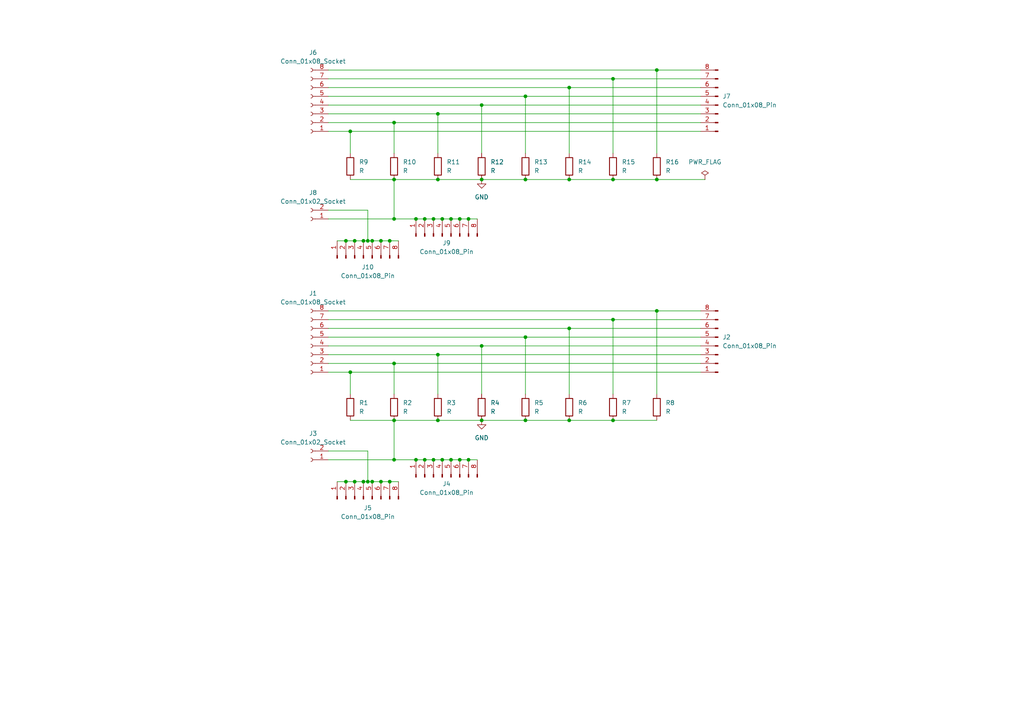
<source format=kicad_sch>
(kicad_sch (version 20231120) (generator "eeschema") (generator_version "8.0")
  (paper "A4")
  (lib_symbols
    (symbol "Connector:Conn_01x02_Socket" (pin_names (offset 1.016) hide)
      (property "Reference" "J" (at 0 2.54 0))
      (property "Value" "Conn_01x02_Socket" (at 0 -5.08 0))
      (symbol "Conn_01x02_Socket_1_1"
        (arc (start 0 -2.032) (mid -0.5058 -2.54) (end 0 -3.048) (stroke (width 0.1524)))
        (polyline (pts (xy -1.27 -2.54) (xy -0.508 -2.54)) (stroke (width 0.1524)))
        (polyline (pts (xy -1.27 0) (xy -0.508 0)) (stroke (width 0.1524)))
        (arc (start 0 0.508) (mid -0.5058 0) (end 0 -0.508) (stroke (width 0.1524)))
        (pin passive line (at -5.08 0 0) (length 3.81) (name "Pin_1") (number "1"))
        (pin passive line (at -5.08 -2.54 0) (length 3.81) (name "Pin_2") (number "2"))
      )
    )
    (symbol "Connector:Conn_01x08_Pin" (pin_names (offset 1.016) hide)
      (property "Reference" "J" (at 0 10.16 0))
      (property "Value" "Conn_01x08_Pin" (at 0 -12.7 0))
      (symbol "Conn_01x08_Pin_1_1"
        (polyline (pts (xy 1.27 -10.16) (xy 0.8636 -10.16)) (stroke (width 0.1524)))
        (polyline (pts (xy 1.27 -7.62) (xy 0.8636 -7.62)) (stroke (width 0.1524)))
        (polyline (pts (xy 1.27 -5.08) (xy 0.8636 -5.08)) (stroke (width 0.1524)))
        (polyline (pts (xy 1.27 -2.54) (xy 0.8636 -2.54)) (stroke (width 0.1524)))
        (polyline (pts (xy 1.27 0) (xy 0.8636 0)) (stroke (width 0.1524)))
        (polyline (pts (xy 1.27 2.54) (xy 0.8636 2.54)) (stroke (width 0.1524)))
        (polyline (pts (xy 1.27 5.08) (xy 0.8636 5.08)) (stroke (width 0.1524)))
        (polyline (pts (xy 1.27 7.62) (xy 0.8636 7.62)) (stroke (width 0.1524)))
        (rectangle (start 0.8636 -10.033) (end 0 -10.287) (stroke (width 0.1524)) (fill (type outline)))
        (rectangle (start 0.8636 -7.493) (end 0 -7.747) (stroke (width 0.1524)) (fill (type outline)))
        (rectangle (start 0.8636 -4.953) (end 0 -5.207) (stroke (width 0.1524)) (fill (type outline)))
        (rectangle (start 0.8636 -2.413) (end 0 -2.667) (stroke (width 0.1524)) (fill (type outline)))
        (rectangle (start 0.8636 0.127) (end 0 -0.127) (stroke (width 0.1524)) (fill (type outline)))
        (rectangle (start 0.8636 2.667) (end 0 2.413) (stroke (width 0.1524)) (fill (type outline)))
        (rectangle (start 0.8636 5.207) (end 0 4.953) (stroke (width 0.1524)) (fill (type outline)))
        (rectangle (start 0.8636 7.747) (end 0 7.493) (stroke (width 0.1524)) (fill (type outline)))
        (pin passive line (at 5.08 7.62 180) (length 3.81) (name "Pin_1") (number "1"))
        (pin passive line (at 5.08 5.08 180) (length 3.81) (name "Pin_2") (number "2"))
        (pin passive line (at 5.08 2.54 180) (length 3.81) (name "Pin_3") (number "3"))
        (pin passive line (at 5.08 0 180) (length 3.81) (name "Pin_4") (number "4"))
        (pin passive line (at 5.08 -2.54 180) (length 3.81) (name "Pin_5") (number "5"))
        (pin passive line (at 5.08 -5.08 180) (length 3.81) (name "Pin_6") (number "6"))
        (pin passive line (at 5.08 -7.62 180) (length 3.81) (name "Pin_7") (number "7"))
        (pin passive line (at 5.08 -10.16 180) (length 3.81) (name "Pin_8") (number "8"))
      )
    )
    (symbol "Connector:Conn_01x08_Socket" (pin_names (offset 1.016) hide)
      (property "Reference" "J" (at 0 10.16 0))
      (property "Value" "Conn_01x08_Socket" (at 0 -12.7 0))
      (symbol "Conn_01x08_Socket_1_1"
        (arc (start 0 -9.652) (mid -0.5058 -10.16) (end 0 -10.668) (stroke (width 0.1524)))
        (arc (start 0 -7.112) (mid -0.5058 -7.62) (end 0 -8.128) (stroke (width 0.1524)))
        (arc (start 0 -4.572) (mid -0.5058 -5.08) (end 0 -5.588) (stroke (width 0.1524)))
        (arc (start 0 -2.032) (mid -0.5058 -2.54) (end 0 -3.048) (stroke (width 0.1524)))
        (polyline (pts (xy -1.27 -10.16) (xy -0.508 -10.16)) (stroke (width 0.1524)))
        (polyline (pts (xy -1.27 -7.62) (xy -0.508 -7.62)) (stroke (width 0.1524)))
        (polyline (pts (xy -1.27 -5.08) (xy -0.508 -5.08)) (stroke (width 0.1524)))
        (polyline (pts (xy -1.27 -2.54) (xy -0.508 -2.54)) (stroke (width 0.1524)))
        (polyline (pts (xy -1.27 0) (xy -0.508 0)) (stroke (width 0.1524)))
        (polyline (pts (xy -1.27 2.54) (xy -0.508 2.54)) (stroke (width 0.1524)))
        (polyline (pts (xy -1.27 5.08) (xy -0.508 5.08)) (stroke (width 0.1524)))
        (polyline (pts (xy -1.27 7.62) (xy -0.508 7.62)) (stroke (width 0.1524)))
        (arc (start 0 0.508) (mid -0.5058 0) (end 0 -0.508) (stroke (width 0.1524)))
        (arc (start 0 3.048) (mid -0.5058 2.54) (end 0 2.032) (stroke (width 0.1524)))
        (arc (start 0 5.588) (mid -0.5058 5.08) (end 0 4.572) (stroke (width 0.1524)))
        (arc (start 0 8.128) (mid -0.5058 7.62) (end 0 7.112) (stroke (width 0.1524)))
        (pin passive line (at -5.08 7.62 0) (length 3.81) (name "Pin_1") (number "1"))
        (pin passive line (at -5.08 5.08 0) (length 3.81) (name "Pin_2") (number "2"))
        (pin passive line (at -5.08 2.54 0) (length 3.81) (name "Pin_3") (number "3"))
        (pin passive line (at -5.08 0 0) (length 3.81) (name "Pin_4") (number "4"))
        (pin passive line (at -5.08 -2.54 0) (length 3.81) (name "Pin_5") (number "5"))
        (pin passive line (at -5.08 -5.08 0) (length 3.81) (name "Pin_6") (number "6"))
        (pin passive line (at -5.08 -7.62 0) (length 3.81) (name "Pin_7") (number "7"))
        (pin passive line (at -5.08 -10.16 0) (length 3.81) (name "Pin_8") (number "8"))
      )
    )
    (symbol "Device:R" (pin_numbers hide) (pin_names (offset 0))
      (property "Reference" "R" (at 2.032 0 90))
      (property "Value" "R" (at 0 0 90))
      (symbol "R_0_1"
        (rectangle (start -1.016 -2.54) (end 1.016 2.54) (stroke (width 0.254)))
      )
      (symbol "R_1_1"
        (pin passive line (at 0 3.81 270) (length 1.27) (name "~") (number "1"))
        (pin passive line (at 0 -3.81 90) (length 1.27) (name "~") (number "2"))
      )
    )
    (symbol "power:GND" (power) (pin_numbers hide) (pin_names (offset 0) hide)
      (property "Value" "GND" (at 0 -3.81 0))
      (symbol "GND_0_1"
        (polyline (pts (xy 0 0) (xy 0 -1.27) (xy 1.27 -1.27) (xy 0 -2.54) (xy -1.27 -1.27) (xy 0 -1.27)))
      )
      (symbol "GND_1_1"
        (pin power_in line (at 0 0 270) (length 0) (name "~") (number "1"))
      )
    )
    (symbol "power:PWR_FLAG" (power) (pin_numbers hide) (pin_names (offset 0) hide)
      (property "Value" "PWR_FLAG" (at 0 3.81 0))
      (symbol "PWR_FLAG_0_0"
        (pin power_out line (at 0 0 90) (length 0) (name "~") (number "1"))
      )
      (symbol "PWR_FLAG_0_1"
        (polyline (pts (xy 0 0) (xy 0 1.27) (xy -1.016 1.905) (xy 0 2.54) (xy 1.016 1.905) (xy 0 1.27)))
      )
    )
  )
  (junction (at 113.03 69.85))
  (junction (at 165.1 121.92))
  (junction (at 101.6 107.95))
  (junction (at 133.35 133.35))
  (junction (at 190.5 90.17))
  (junction (at 128.27 133.35))
  (junction (at 177.8 92.71))
  (junction (at 130.81 63.5))
  (junction (at 152.4 52.07))
  (junction (at 100.33 139.7))
  (junction (at 125.73 133.35))
  (junction (at 102.87 139.7))
  (junction (at 152.4 121.92))
  (junction (at 127 52.07))
  (junction (at 139.7 121.92))
  (junction (at 105.41 139.7))
  (junction (at 135.89 63.5))
  (junction (at 165.1 25.4))
  (junction (at 113.03 139.7))
  (junction (at 106.68 139.7))
  (junction (at 110.49 139.7))
  (junction (at 114.3 121.92))
  (junction (at 177.8 52.07))
  (junction (at 101.6 38.1))
  (junction (at 139.7 100.33))
  (junction (at 165.1 52.07))
  (junction (at 165.1 95.25))
  (junction (at 177.8 121.92))
  (junction (at 107.95 69.85))
  (junction (at 190.5 52.07))
  (junction (at 123.19 133.35))
  (junction (at 152.4 27.94))
  (junction (at 127 121.92))
  (junction (at 139.7 52.07))
  (junction (at 114.3 105.41))
  (junction (at 100.33 69.85))
  (junction (at 120.65 63.5))
  (junction (at 114.3 63.5))
  (junction (at 127 102.87))
  (junction (at 107.95 139.7))
  (junction (at 133.35 63.5))
  (junction (at 105.41 69.85))
  (junction (at 127 33.02))
  (junction (at 135.89 133.35))
  (junction (at 128.27 63.5))
  (junction (at 106.68 69.85))
  (junction (at 102.87 69.85))
  (junction (at 177.8 22.86))
  (junction (at 152.4 97.79))
  (junction (at 120.65 133.35))
  (junction (at 130.81 133.35))
  (junction (at 125.73 63.5))
  (junction (at 190.5 20.32))
  (junction (at 123.19 63.5))
  (junction (at 114.3 52.07))
  (junction (at 139.7 30.48))
  (junction (at 110.49 69.85))
  (junction (at 114.3 133.35))
  (junction (at 114.3 35.56))
  (wire (pts (xy 127 52.07) (xy 139.7 52.07)))
  (wire (pts (xy 114.3 105.41) (xy 203.2 105.41)))
  (wire (pts (xy 139.7 44.45) (xy 139.7 30.48)))
  (wire (pts (xy 95.25 63.5) (xy 114.3 63.5)))
  (wire (pts (xy 130.81 133.35) (xy 133.35 133.35)))
  (wire (pts (xy 120.65 133.35) (xy 123.19 133.35)))
  (wire (pts (xy 123.19 63.5) (xy 125.73 63.5)))
  (wire (pts (xy 95.25 60.96) (xy 106.68 60.96)))
  (wire (pts (xy 105.41 69.85) (xy 106.68 69.85)))
  (wire (pts (xy 100.33 69.85) (xy 102.87 69.85)))
  (wire (pts (xy 95.25 33.02) (xy 127 33.02)))
  (wire (pts (xy 152.4 97.79) (xy 203.2 97.79)))
  (wire (pts (xy 95.25 27.94) (xy 152.4 27.94)))
  (wire (pts (xy 177.8 92.71) (xy 177.8 114.3)))
  (wire (pts (xy 152.4 52.07) (xy 165.1 52.07)))
  (wire (pts (xy 95.25 20.32) (xy 190.5 20.32)))
  (wire (pts (xy 190.5 90.17) (xy 190.5 114.3)))
  (wire (pts (xy 110.49 69.85) (xy 113.03 69.85)))
  (wire (pts (xy 97.79 139.7) (xy 100.33 139.7)))
  (wire (pts (xy 165.1 121.92) (xy 177.8 121.92)))
  (wire (pts (xy 139.7 114.3) (xy 139.7 100.33)))
  (wire (pts (xy 133.35 133.35) (xy 135.89 133.35)))
  (wire (pts (xy 95.25 90.17) (xy 190.5 90.17)))
  (wire (pts (xy 114.3 35.56) (xy 203.2 35.56)))
  (wire (pts (xy 101.6 38.1) (xy 101.6 44.45)))
  (wire (pts (xy 165.1 95.25) (xy 203.2 95.25)))
  (wire (pts (xy 133.35 63.5) (xy 135.89 63.5)))
  (wire (pts (xy 95.25 22.86) (xy 177.8 22.86)))
  (wire (pts (xy 114.3 63.5) (xy 120.65 63.5)))
  (wire (pts (xy 135.89 133.35) (xy 138.43 133.35)))
  (wire (pts (xy 106.68 60.96) (xy 106.68 69.85)))
  (wire (pts (xy 123.19 133.35) (xy 125.73 133.35)))
  (wire (pts (xy 106.68 130.81) (xy 106.68 139.7)))
  (wire (pts (xy 165.1 52.07) (xy 177.8 52.07)))
  (wire (pts (xy 139.7 30.48) (xy 203.2 30.48)))
  (wire (pts (xy 165.1 95.25) (xy 165.1 114.3)))
  (wire (pts (xy 101.6 38.1) (xy 203.2 38.1)))
  (wire (pts (xy 139.7 100.33) (xy 203.2 100.33)))
  (wire (pts (xy 113.03 69.85) (xy 115.57 69.85)))
  (wire (pts (xy 125.73 133.35) (xy 128.27 133.35)))
  (wire (pts (xy 177.8 121.92) (xy 190.5 121.92)))
  (wire (pts (xy 152.4 121.92) (xy 165.1 121.92)))
  (wire (pts (xy 130.81 63.5) (xy 133.35 63.5)))
  (wire (pts (xy 165.1 25.4) (xy 165.1 44.45)))
  (wire (pts (xy 152.4 27.94) (xy 152.4 44.45)))
  (wire (pts (xy 95.25 100.33) (xy 139.7 100.33)))
  (wire (pts (xy 177.8 22.86) (xy 203.2 22.86)))
  (wire (pts (xy 95.25 130.81) (xy 106.68 130.81)))
  (wire (pts (xy 114.3 133.35) (xy 120.65 133.35)))
  (wire (pts (xy 107.95 69.85) (xy 110.49 69.85)))
  (wire (pts (xy 114.3 52.07) (xy 127 52.07)))
  (wire (pts (xy 127 33.02) (xy 203.2 33.02)))
  (wire (pts (xy 95.25 97.79) (xy 152.4 97.79)))
  (wire (pts (xy 102.87 69.85) (xy 105.41 69.85)))
  (wire (pts (xy 95.25 95.25) (xy 165.1 95.25)))
  (wire (pts (xy 127 102.87) (xy 127 114.3)))
  (wire (pts (xy 106.68 139.7) (xy 107.95 139.7)))
  (wire (pts (xy 102.87 139.7) (xy 105.41 139.7)))
  (wire (pts (xy 177.8 52.07) (xy 190.5 52.07)))
  (wire (pts (xy 97.79 69.85) (xy 100.33 69.85)))
  (wire (pts (xy 114.3 35.56) (xy 114.3 44.45)))
  (wire (pts (xy 139.7 121.92) (xy 152.4 121.92)))
  (wire (pts (xy 190.5 20.32) (xy 203.2 20.32)))
  (wire (pts (xy 110.49 139.7) (xy 113.03 139.7)))
  (wire (pts (xy 95.25 25.4) (xy 165.1 25.4)))
  (wire (pts (xy 95.25 35.56) (xy 114.3 35.56)))
  (wire (pts (xy 101.6 121.92) (xy 114.3 121.92)))
  (wire (pts (xy 120.65 63.5) (xy 123.19 63.5)))
  (wire (pts (xy 114.3 63.5) (xy 114.3 52.07)))
  (wire (pts (xy 128.27 63.5) (xy 130.81 63.5)))
  (wire (pts (xy 106.68 69.85) (xy 107.95 69.85)))
  (wire (pts (xy 100.33 139.7) (xy 102.87 139.7)))
  (wire (pts (xy 177.8 92.71) (xy 203.2 92.71)))
  (wire (pts (xy 190.5 20.32) (xy 190.5 44.45)))
  (wire (pts (xy 165.1 25.4) (xy 203.2 25.4)))
  (wire (pts (xy 152.4 27.94) (xy 203.2 27.94)))
  (wire (pts (xy 190.5 90.17) (xy 203.2 90.17)))
  (wire (pts (xy 190.5 52.07) (xy 204.47 52.07)))
  (wire (pts (xy 105.41 139.7) (xy 106.68 139.7)))
  (wire (pts (xy 95.25 133.35) (xy 114.3 133.35)))
  (wire (pts (xy 101.6 107.95) (xy 203.2 107.95)))
  (wire (pts (xy 114.3 133.35) (xy 114.3 121.92)))
  (wire (pts (xy 101.6 52.07) (xy 114.3 52.07)))
  (wire (pts (xy 113.03 139.7) (xy 115.57 139.7)))
  (wire (pts (xy 127 33.02) (xy 127 44.45)))
  (wire (pts (xy 127 102.87) (xy 203.2 102.87)))
  (wire (pts (xy 152.4 97.79) (xy 152.4 114.3)))
  (wire (pts (xy 101.6 107.95) (xy 101.6 114.3)))
  (wire (pts (xy 95.25 107.95) (xy 101.6 107.95)))
  (wire (pts (xy 139.7 52.07) (xy 152.4 52.07)))
  (wire (pts (xy 135.89 63.5) (xy 138.43 63.5)))
  (wire (pts (xy 107.95 139.7) (xy 110.49 139.7)))
  (wire (pts (xy 125.73 63.5) (xy 128.27 63.5)))
  (wire (pts (xy 114.3 105.41) (xy 114.3 114.3)))
  (wire (pts (xy 95.25 38.1) (xy 101.6 38.1)))
  (wire (pts (xy 95.25 102.87) (xy 127 102.87)))
  (wire (pts (xy 177.8 22.86) (xy 177.8 44.45)))
  (wire (pts (xy 95.25 92.71) (xy 177.8 92.71)))
  (wire (pts (xy 95.25 30.48) (xy 139.7 30.48)))
  (wire (pts (xy 128.27 133.35) (xy 130.81 133.35)))
  (wire (pts (xy 95.25 105.41) (xy 114.3 105.41)))
  (wire (pts (xy 127 121.92) (xy 139.7 121.92)))
  (wire (pts (xy 114.3 121.92) (xy 127 121.92)))
  (symbol (lib_id "Connector:Conn_01x08_Pin") (at 208.28 30.48 180) (unit 1)
    (property "Reference" "J7" (at 209.55 27.9399 0) (effects (justify right)))
    (property "Value" "Conn_01x08_Pin" (at 209.55 30.4799 0) (effects (justify right)))
    (property "Footprint" "Connector_PinHeader_2.54mm:PinHeader_1x08_P2.54mm_Vertical" (effects (hide yes)))
    (property "Description" "Generic connector, single row, 01x08, script generated" (effects (hide yes)))
  )
  (symbol (lib_id "Connector:Conn_01x08_Pin") (at 208.28 100.33 180) (unit 1)
    (property "Reference" "J2" (at 209.55 97.7899 0) (effects (justify right)))
    (property "Value" "Conn_01x08_Pin" (at 209.55 100.3299 0) (effects (justify right)))
    (property "Footprint" "Connector_PinHeader_2.54mm:PinHeader_1x08_P2.54mm_Vertical" (effects (hide yes)))
    (property "Description" "Generic connector, single row, 01x08, script generated" (effects (hide yes)))
  )
  (symbol (lib_id "Device:R") (at 177.8 48.26 0) (unit 1)
    (property "Reference" "R15" (at 180.34 46.9899 0) (effects (justify left)))
    (property "Value" "R" (at 180.34 49.5299 0) (effects (justify left)))
    (property "Footprint" "stem_piano_footprints:R_0805_2012_1.20x1.40mm_medpad" (effects (hide yes)))
    (property "Description" "Resistor" (effects (hide yes)))
  )
  (symbol (lib_id "Connector:Conn_01x02_Socket") (at 90.17 63.5 180) (unit 1)
    (property "Reference" "J8" (at 90.805 55.88 0))
    (property "Value" "Conn_01x02_Socket" (at 90.805 58.42 0))
    (property "Footprint" "Connector_PinSocket_2.54mm:PinSocket_1x02_P2.54mm_Vertical" (effects (hide yes)))
    (property "Description" "Generic connector, single row, 01x02, script generated" (effects (hide yes)))
  )
  (symbol (lib_id "Device:R") (at 152.4 48.26 0) (unit 1)
    (property "Reference" "R13" (at 154.94 46.9899 0) (effects (justify left)))
    (property "Value" "R" (at 154.94 49.5299 0) (effects (justify left)))
    (property "Footprint" "stem_piano_footprints:R_0805_2012_1.20x1.40mm_medpad" (effects (hide yes)))
    (property "Description" "Resistor" (effects (hide yes)))
  )
  (symbol (lib_id "Device:R") (at 114.3 118.11 0) (unit 1)
    (property "Reference" "R2" (at 116.84 116.8399 0) (effects (justify left)))
    (property "Value" "R" (at 116.84 119.3799 0) (effects (justify left)))
    (property "Footprint" "stem_piano_footprints:R_0805_2012_1.20x1.40mm_medpad" (effects (hide yes)))
    (property "Description" "Resistor" (effects (hide yes)))
  )
  (symbol (lib_id "Device:R") (at 165.1 118.11 0) (unit 1)
    (property "Reference" "R6" (at 167.64 116.8399 0) (effects (justify left)))
    (property "Value" "R" (at 167.64 119.3799 0) (effects (justify left)))
    (property "Footprint" "stem_piano_footprints:R_0805_2012_1.20x1.40mm_medpad" (effects (hide yes)))
    (property "Description" "Resistor" (effects (hide yes)))
  )
  (symbol (lib_id "Device:R") (at 114.3 48.26 0) (unit 1)
    (property "Reference" "R10" (at 116.84 46.9899 0) (effects (justify left)))
    (property "Value" "R" (at 116.84 49.5299 0) (effects (justify left)))
    (property "Footprint" "stem_piano_footprints:R_0805_2012_1.20x1.40mm_medpad" (effects (hide yes)))
    (property "Description" "Resistor" (effects (hide yes)))
  )
  (symbol (lib_id "Connector:Conn_01x08_Socket") (at 90.17 30.48 180) (unit 1)
    (property "Reference" "J6" (at 90.805 15.24 0))
    (property "Value" "Conn_01x08_Socket" (at 90.805 17.78 0))
    (property "Footprint" "Connector_PinSocket_2.54mm:PinSocket_1x08_P2.54mm_Vertical" (effects (hide yes)))
    (property "Description" "Generic connector, single row, 01x08, script generated" (effects (hide yes)))
  )
  (symbol (lib_id "Device:R") (at 127 118.11 0) (unit 1)
    (property "Reference" "R3" (at 129.54 116.8399 0) (effects (justify left)))
    (property "Value" "R" (at 129.54 119.3799 0) (effects (justify left)))
    (property "Footprint" "stem_piano_footprints:R_0805_2012_1.20x1.40mm_medpad" (effects (hide yes)))
    (property "Description" "Resistor" (effects (hide yes)))
  )
  (symbol (lib_id "Device:R") (at 190.5 118.11 0) (unit 1)
    (property "Reference" "R8" (at 193.04 116.8399 0) (effects (justify left)))
    (property "Value" "R" (at 193.04 119.3799 0) (effects (justify left)))
    (property "Footprint" "stem_piano_footprints:R_0805_2012_1.20x1.40mm_medpad" (effects (hide yes)))
    (property "Description" "Resistor" (effects (hide yes)))
  )
  (symbol (lib_id "Device:R") (at 190.5 48.26 0) (unit 1)
    (property "Reference" "R16" (at 193.04 46.9899 0) (effects (justify left)))
    (property "Value" "R" (at 193.04 49.5299 0) (effects (justify left)))
    (property "Footprint" "stem_piano_footprints:R_0805_2012_1.20x1.40mm_medpad" (effects (hide yes)))
    (property "Description" "Resistor" (effects (hide yes)))
  )
  (symbol (lib_id "Device:R") (at 101.6 118.11 0) (unit 1)
    (property "Reference" "R1" (at 104.14 116.8399 0) (effects (justify left)))
    (property "Value" "R" (at 104.14 119.3799 0) (effects (justify left)))
    (property "Footprint" "stem_piano_footprints:R_0805_2012_1.20x1.40mm_medpad" (effects (hide yes)))
    (property "Description" "Resistor" (effects (hide yes)))
  )
  (symbol (lib_id "Device:R") (at 139.7 118.11 0) (unit 1)
    (property "Reference" "R4" (at 142.24 116.8399 0) (effects (justify left)))
    (property "Value" "R" (at 142.24 119.3799 0) (effects (justify left)))
    (property "Footprint" "stem_piano_footprints:R_0805_2012_1.20x1.40mm_medpad" (effects (hide yes)))
    (property "Description" "Resistor" (effects (hide yes)))
  )
  (symbol (lib_id "Connector:Conn_01x08_Pin") (at 128.27 68.58 90) (unit 1)
    (property "Reference" "J9" (at 129.54 70.485 90))
    (property "Value" "Conn_01x08_Pin" (at 129.54 73.025 90))
    (property "Footprint" "Connector_PinHeader_2.54mm:PinHeader_1x08_P2.54mm_Vertical" (effects (hide yes)))
    (property "Description" "Generic connector, single row, 01x08, script generated" (effects (hide yes)))
  )
  (symbol (lib_id "Connector:Conn_01x02_Socket") (at 90.17 133.35 180) (unit 1)
    (property "Reference" "J3" (at 90.805 125.73 0))
    (property "Value" "Conn_01x02_Socket" (at 90.805 128.27 0))
    (property "Footprint" "Connector_PinSocket_2.54mm:PinSocket_1x02_P2.54mm_Vertical" (effects (hide yes)))
    (property "Description" "Generic connector, single row, 01x02, script generated" (effects (hide yes)))
  )
  (symbol (lib_id "Device:R") (at 177.8 118.11 0) (unit 1)
    (property "Reference" "R7" (at 180.34 116.8399 0) (effects (justify left)))
    (property "Value" "R" (at 180.34 119.3799 0) (effects (justify left)))
    (property "Footprint" "stem_piano_footprints:R_0805_2012_1.20x1.40mm_medpad" (effects (hide yes)))
    (property "Description" "Resistor" (effects (hide yes)))
  )
  (symbol (lib_id "Connector:Conn_01x08_Socket") (at 90.17 100.33 180) (unit 1)
    (property "Reference" "J1" (at 90.805 85.09 0))
    (property "Value" "Conn_01x08_Socket" (at 90.805 87.63 0))
    (property "Footprint" "Connector_PinSocket_2.54mm:PinSocket_1x08_P2.54mm_Vertical" (effects (hide yes)))
    (property "Description" "Generic connector, single row, 01x08, script generated" (effects (hide yes)))
  )
  (symbol (lib_id "Connector:Conn_01x08_Pin") (at 105.41 74.93 90) (unit 1)
    (property "Reference" "J10" (at 106.68 77.47 90))
    (property "Value" "Conn_01x08_Pin" (at 106.68 80.01 90))
    (property "Footprint" "Connector_PinHeader_2.54mm:PinHeader_1x08_P2.54mm_Vertical" (effects (hide yes)))
    (property "Description" "Generic connector, single row, 01x08, script generated" (effects (hide yes)))
  )
  (symbol (lib_id "Connector:Conn_01x08_Pin") (at 105.41 144.78 90) (unit 1)
    (property "Reference" "J5" (at 106.68 147.32 90))
    (property "Value" "Conn_01x08_Pin" (at 106.68 149.86 90))
    (property "Footprint" "Connector_PinHeader_2.54mm:PinHeader_1x08_P2.54mm_Vertical" (effects (hide yes)))
    (property "Description" "Generic connector, single row, 01x08, script generated" (effects (hide yes)))
  )
  (symbol (lib_id "Device:R") (at 101.6 48.26 0) (unit 1)
    (property "Reference" "R9" (at 104.14 46.9899 0) (effects (justify left)))
    (property "Value" "R" (at 104.14 49.5299 0) (effects (justify left)))
    (property "Footprint" "stem_piano_footprints:R_0805_2012_1.20x1.40mm_medpad" (effects (hide yes)))
    (property "Description" "Resistor" (effects (hide yes)))
  )
  (symbol (lib_id "Device:R") (at 165.1 48.26 0) (unit 1)
    (property "Reference" "R14" (at 167.64 46.9899 0) (effects (justify left)))
    (property "Value" "R" (at 167.64 49.5299 0) (effects (justify left)))
    (property "Footprint" "stem_piano_footprints:R_0805_2012_1.20x1.40mm_medpad" (effects (hide yes)))
    (property "Description" "Resistor" (effects (hide yes)))
  )
  (symbol (lib_id "Device:R") (at 139.7 48.26 0) (unit 1)
    (property "Reference" "R12" (at 142.24 46.9899 0) (effects (justify left)))
    (property "Value" "R" (at 142.24 49.5299 0) (effects (justify left)))
    (property "Footprint" "stem_piano_footprints:R_0805_2012_1.20x1.40mm_medpad" (effects (hide yes)))
    (property "Description" "Resistor" (effects (hide yes)))
  )
  (symbol (lib_id "power:PWR_FLAG") (at 204.47 52.07 0) (unit 1)
    (property "Reference" "#FLG01" (effects (hide yes)))
    (property "Value" "PWR_FLAG" (at 204.47 46.99 0))
    (property "Description" "Special symbol for telling ERC where power comes from" (effects (hide yes)))
  )
  (symbol (lib_id "Device:R") (at 152.4 118.11 0) (unit 1)
    (property "Reference" "R5" (at 154.94 116.8399 0) (effects (justify left)))
    (property "Value" "R" (at 154.94 119.3799 0) (effects (justify left)))
    (property "Footprint" "stem_piano_footprints:R_0805_2012_1.20x1.40mm_medpad" (effects (hide yes)))
    (property "Description" "Resistor" (effects (hide yes)))
  )
  (symbol (lib_id "power:GND") (at 139.7 52.07 0) (unit 1)
    (property "Reference" "#PWR01" (effects (hide yes)))
    (property "Value" "GND" (at 139.7 57.15 0))
    (property "Description" "Power symbol creates a global label with name \"GND\" , ground" (effects (hide yes)))
  )
  (symbol (lib_id "Device:R") (at 127 48.26 0) (unit 1)
    (property "Reference" "R11" (at 129.54 46.9899 0) (effects (justify left)))
    (property "Value" "R" (at 129.54 49.5299 0) (effects (justify left)))
    (property "Footprint" "stem_piano_footprints:R_0805_2012_1.20x1.40mm_medpad" (effects (hide yes)))
    (property "Description" "Resistor" (effects (hide yes)))
  )
  (symbol (lib_id "power:GND") (at 139.7 121.92 0) (unit 1)
    (property "Reference" "#PWR02" (effects (hide yes)))
    (property "Value" "GND" (at 139.7 127 0))
    (property "Description" "Power symbol creates a global label with name \"GND\" , ground" (effects (hide yes)))
  )
  (symbol (lib_id "Connector:Conn_01x08_Pin") (at 128.27 138.43 90) (unit 1)
    (property "Reference" "J4" (at 129.54 140.335 90))
    (property "Value" "Conn_01x08_Pin" (at 129.54 142.875 90))
    (property "Footprint" "Connector_PinHeader_2.54mm:PinHeader_1x08_P2.54mm_Vertical" (effects (hide yes)))
    (property "Description" "Generic connector, single row, 01x08, script generated" (effects (hide yes)))
  )
)
</source>
